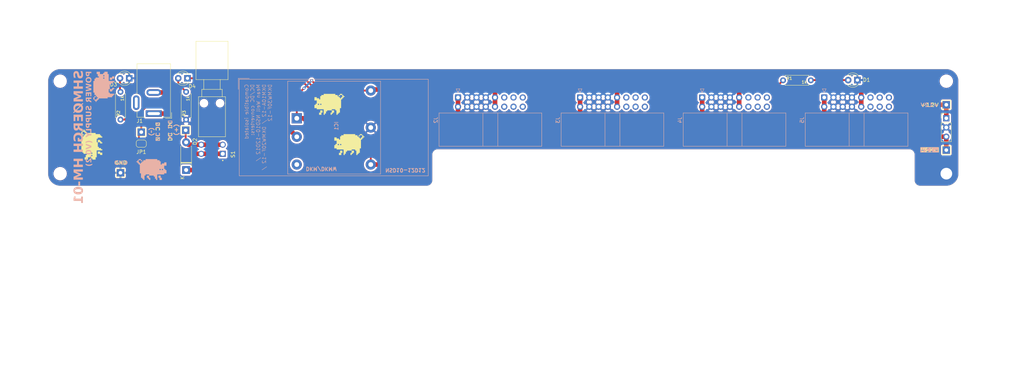
<source format=kicad_pcb>
(kicad_pcb (version 20241229) (generator "pcbnew") (generator_version "9.0")
  (layers (0 "F.Cu" signal) (2 "B.Cu" signal) (13 "F.Paste" user) (15 "B.Paste" user) (5 "F.SilkS" user "F.Silkscreen") (7 "B.SilkS" user "B.Silkscreen") (1 "F.Mask" user) (3 "B.Mask" user) (25 "Edge.Cuts" user))
  (net 0 "")
  (net 1 "DC_IN_-")
  (net 2 "Net-(D1-A)")
  (net 3 "GND")
  (net 4 "+12V")
  (net 5 "DC_IN_+")
  (net 7 "-12V")
  (net 9 "Net-(J1-Pad1)")
  (net 34 "Net-(D2-A)")
  (net 35 "Net-(D3-A)")
  (net 36 "Net-(D4-A)")
  (footprint "Shmoergh_Custom_Footprints:R_Axial_DIN0207_L6.3mm_D2.5mm_P7.62mm_Horizontal" (layer "F.Cu") (at 46.863 93.853 90)
    (property "Reference" "R2" (at 0.85 -0.55 90) (layer "F.SilkS") (effects (font (size 0.8 0.8)) (justify left)))
    (property "Value" "1k" (at 6.6 0.5 90) (layer "F.SilkS") (effects (font (size 0.8 0.8)) (justify right)))
    (pad "1" thru_hole circle (at 0 0 90) (size 1.6 1.6) (drill 0.8) (layers "*.Cu" "*.Mask") (net 4 "+12V"))
    (pad "2" thru_hole oval (at 7.62 0 90) (size 1.6 1.6) (drill 0.8) (layers "*.Cu" "*.Mask") (net 35 "Net-(D3-A)"))
  )
  (footprint "Shmoergh_Custom_Footprints:R_Axial_DIN0207_L6.3mm_D2.5mm_P7.62mm_Horizontal" (layer "F.Cu") (at 228.854 83.058)
    (property "Reference" "R1" (at 0.85 -0.55 0) (layer "F.SilkS") (effects (font (size 0.8 0.8)) (justify left)))
    (property "Value" "1k" (at 6.6 0.5 0) (layer "F.SilkS") (effects (font (size 0.8 0.8)) (justify right)))
    (pad "1" thru_hole circle (at 0 0) (size 1.6 1.6) (drill 0.8) (layers "*.Cu" "*.Mask") (net 5 "DC_IN_+"))
    (pad "2" thru_hole oval (at 7.62 0) (size 1.6 1.6) (drill 0.8) (layers "*.Cu" "*.Mask") (net 2 "Net-(D1-A)"))
  )
  (footprint "Shmoergh_Logo:Gyeszno" (layer "F.Cu") (at 104.267 89.662)
    (property "Reference" "G***" (hide yes))
    (property "Value" "LOGO" (hide yes))
  )
  (footprint "Shmoergh_Logo:Gyeszno" (layer "F.Cu") (at 109.728 100.711)
    (property "Reference" "G***" (hide yes))
    (property "Value" "LOGO" (hide yes))
  )
  (footprint "Shmoergh_Logo:Gyeszno" (layer "F.Cu") (at 38.989 100.711 90)
    (property "Reference" "G***" (hide yes))
    (property "Value" "LOGO" (hide yes))
  )
  (footprint "MountingHole:MountingHole_3.2mm_M3_DIN965" (layer "F.Cu") (at 273.7 83.3)
    (property "Reference" "H2" (hide yes))
    (property "Value" "MountingHole")
    (pad "" np_thru_hole circle (at 0 0) (size 3.2 3.2) (drill 3.2) (layers "*.Cu" "*.Mask"))
  )
  (footprint "Connector_BarrelJack:BarrelJack_Wuerth_6941xx301002" (layer "F.Cu") (at 56 92.202 180)
    (property "Reference" "J1" (at 3.8516 -2.0076 0) (layer "F.SilkS"))
    (property "Value" "Barrel_Jack_Switch")
    (pad "1" thru_hole rect (at 0 0 180) (size 4.4 1.8) (drill oval 3.4 0.8) (layers "*.Cu" "*.Mask") (net 9 "Net-(J1-Pad1)"))
    (pad "2" thru_hole oval (at 0 5.8 180) (size 4 1.8) (drill oval 3 0.8) (layers "*.Cu" "*.Mask") (net 1 "DC_IN_-"))
    (pad "3" thru_hole oval (at 4.8 3 270) (size 4 1.8) (drill oval 3 0.8) (layers "*.Cu" "*.Mask"))
  )
  (footprint "LED_THT:LED_D3.0mm" (layer "F.Cu") (at 49.27 82.5 180)
    (property "Reference" "D3" (at 4.312 -1.701 0) (layer "F.SilkS"))
    (property "Value" "LED")
    (pad "1" thru_hole rect (at 0 0 180) (size 1.8 1.8) (drill 0.9) (layers "*.Cu" "*.Mask") (net 3 "GND"))
    (pad "2" thru_hole circle (at 2.54 0 180) (size 1.8 1.8) (drill 0.9) (layers "*.Cu" "*.Mask") (net 35 "Net-(D3-A)"))
  )
  (footprint "LED_THT:LED_D3.0mm" (layer "F.Cu") (at 249.27 83 180)
    (property "Reference" "D1" (at -2.509 0.058 0) (layer "F.SilkS"))
    (property "Value" "LED")
    (pad "1" thru_hole rect (at 0 0 180) (size 1.8 1.8) (drill 0.9) (layers "*.Cu" "*.Mask") (net 3 "GND"))
    (pad "2" thru_hole circle (at 2.54 0 180) (size 1.8 1.8) (drill 0.9) (layers "*.Cu" "*.Mask") (net 2 "Net-(D1-A)"))
  )
  (footprint "Diode_THT:D_DO-41_SOD81_P7.62mm_Horizontal" (layer "F.Cu") (at 64.897 107.696 90)
    (property "Reference" "D2" (at 7.8232 2.4384 90) (layer "F.SilkS"))
    (property "Value" "1N4001")
    (fp_text user "K" (at -2.1336 -1.016 90) (layer "F.SilkS"))
    (pad "1" thru_hole roundrect (at 0 0 90) (size 2.2 2.2) (drill 1.1) (layers "*.Cu" "*.Mask") (roundrect_rratio 0.113636) (net 5 "DC_IN_+"))
    (pad "2" thru_hole circle (at 7.62 0 90) (size 2.2 2.2) (drill 1.1) (layers "*.Cu" "*.Mask") (net 34 "Net-(D2-A)"))
  )
  (footprint "Shmoergh_Custom_Footprints:R_Axial_DIN0207_L6.3mm_D2.5mm_P7.62mm_Horizontal" (layer "F.Cu") (at 64.897 93.853 90)
    (property "Reference" "R3" (at 0.85 -0.55 90) (layer "F.SilkS") (effects (font (size 0.8 0.8)) (justify left)))
    (property "Value" "1k" (at 6.6 0.5 90) (layer "F.SilkS") (effects (font (size 0.8 0.8)) (justify right)))
    (pad "1" thru_hole circle (at 0 0 90) (size 1.6 1.6) (drill 0.8) (layers "*.Cu" "*.Mask") (net 3 "GND"))
    (pad "2" thru_hole oval (at 7.62 0 90) (size 1.6 1.6) (drill 0.8) (layers "*.Cu" "*.Mask") (net 36 "Net-(D4-A)"))
  )
  (footprint "TestPoint:TestPoint_THTPad_2.0x2.0mm_Drill1.0mm" (layer "F.Cu") (at 52.578 97.282)
    (property "Reference" "TP2" (hide yes))
    (property "Value" "TestPoint")
    (pad "1" thru_hole rect (at 0 0) (size 2 2) (drill 1) (layers "*.Cu" "*.Mask") (net 1 "DC_IN_-"))
  )
  (footprint "TestPoint:TestPoint_THTPad_2.0x2.0mm_Drill1.0mm" (layer "F.Cu") (at 273.685 89.777 180)
    (property "Reference" "TP4" (hide yes))
    (property "Value" "TestPoint")
    (pad "1" thru_hole rect (at 0 0 180) (size 2 2) (drill 1) (layers "*.Cu" "*.Mask") (net 4 "+12V"))
  )
  (footprint "MountingHole:MountingHole_3.2mm_M3_DIN965_Pad" (layer "F.Cu") (at 273.7 108.7)
    (property "Reference" "H4")
    (property "Value" "MountingHole_Pad")
    (pad "1" thru_hole circle (at 0 0) (size 5.6 5.6) (drill 3.2) (layers "*.Cu" "*.Mask") (net 3 "GND"))
  )
  (footprint "LED_THT:LED_D3.0mm" (layer "F.Cu") (at 65.27 82.5 180)
    (property "Reference" "D4" (at -1.278 -2.209 0) (layer "F.SilkS"))
    (property "Value" "LED")
    (pad "1" thru_hole rect (at 0 0 180) (size 1.8 1.8) (drill 0.9) (layers "*.Cu" "*.Mask") (net 7 "-12V"))
    (pad "2" thru_hole circle (at 2.54 0 180) (size 1.8 1.8) (drill 0.9) (layers "*.Cu" "*.Mask") (net 36 "Net-(D4-A)"))
  )
  (footprint "TestPoint:TestPoint_THTPad_2.0x2.0mm_Drill1.0mm" (layer "F.Cu") (at 273.685 102.223 180)
    (property "Reference" "TP5" (hide yes))
    (property "Value" "TestPoint")
    (pad "1" thru_hole rect (at 0 0 180) (size 2 2) (drill 1) (layers "*.Cu" "*.Mask") (net 7 "-12V"))
  )
  (footprint "Shmoergh_Custom_Footprints:SW_PB400EEQR1BLK" (layer "F.Cu") (at 72 102 90)
    (property "Reference" "S1" (at -1.3968 5.7694 90) (layer "F.SilkS"))
    (property "Value" "PB400EEQR1BLK")
    (pad "" np_thru_hole circle (at 12.65 -2.2 90) (size 1.9 1.9) (drill 1.9) (layers "*.Cu" "*.Mask"))
    (pad "" np_thru_hole circle (at 12.65 2.2 90) (size 1.9 1.9) (drill 1.9) (layers "*.Cu" "*.Mask"))
    (pad "1" thru_hole rect (at -1.25 2.95 90) (size 1.65 1.65) (drill 1.1) (layers "*.Cu" "*.Mask") (net 9 "Net-(J1-Pad1)"))
    (pad "2" thru_hole circle (at 1.25 2.95 90) (size 1.65 1.65) (drill 1.1) (layers "*.Cu" "*.Mask") (net 34 "Net-(D2-A)"))
    (pad "3" thru_hole circle (at -1.25 -2.95 90) (size 1.65 1.65) (drill 1.1) (layers "*.Cu" "*.Mask") (net 9 "Net-(J1-Pad1)"))
    (pad "4" thru_hole circle (at 1.25 -2.95 90) (size 1.65 1.65) (drill 1.1) (layers "*.Cu" "*.Mask") (net 34 "Net-(D2-A)"))
  )
  (footprint "MountingHole:MountingHole_3.2mm_M3_DIN965" (layer "F.Cu") (at 30.3 108.7)
    (property "Reference" "H3" (hide yes))
    (property "Value" "MountingHole")
    (pad "" np_thru_hole circle (at 0 0) (size 3.2 3.2) (drill 3.2) (layers "*.Cu" "*.Mask"))
  )
  (footprint "Connector_PinHeader_2.54mm:PinHeader_1x03_P2.54mm_Vertical" (layer "F.Cu") (at 273.685 93.472)
    (property "Reference" "J13" (hide yes))
    (property "Value" "Conn_01x03")
    (pad "1" thru_hole rect (at 0 0) (size 1.7 1.7) (drill 1) (layers "*.Cu" "*.Mask") (net 4 "+12V"))
    (pad "2" thru_hole circle (at 0 2.54) (size 1.7 1.7) (drill 1) (layers "*.Cu" "*.Mask") (net 3 "GND"))
    (pad "3" thru_hole circle (at 0 5.08) (size 1.7 1.7) (drill 1) (layers "*.Cu" "*.Mask") (net 7 "-12V"))
  )
  (footprint "Jumper:SolderJumper-2_P1.3mm_Bridged2Bar_RoundedPad1.0x1.5mm" (layer "F.Cu") (at 52.578 100.457)
    (property "Reference" "JP1" (at 0 2.286 0) (layer "F.SilkS"))
    (property "Value" "Jumper_2_Open")
    (fp_poly (pts (xy -0.25 -0.6) (xy 0.25 -0.6) (xy 0.25 -0.2) (xy -0.25 -0.2)) (fill yes) (layer "F.Cu"))
    (fp_poly (pts (xy -0.25 0.2) (xy 0.25 0.2) (xy 0.25 0.6) (xy -0.25 0.6)) (fill yes) (layer "F.Cu"))
    (pad "1" smd custom (at -0.65 0) (size 1 0.5) (layers "F.Cu" "F.Mask") (net 1 "DC_IN_-") (options (clearance outline) (anchor rect)) (primitives (gr_circle (center 0 0.25) (end 0.5 0.25) (width 0) (fill yes)) (gr_circle (center 0 -0.25) (end 0.5 -0.25) (width 0) (fill yes)) (gr_poly (pts (xy 0.5 0.75) (xy 0 0.75) (xy 0 -0.75) (xy 0.5 -0.75)) (width 0) (fill yes))))
    (pad "2" smd custom (at 0.65 0) (size 1 0.5) (layers "F.Cu" "F.Mask") (net 3 "GND") (options (clearance outline) (anchor rect)) (primitives (gr_circle (center 0 0.25) (end 0.5 0.25) (width 0) (fill yes)) (gr_circle (center 0 -0.25) (end 0.5 -0.25) (width 0) (fill yes)) (gr_poly (pts (xy 0 0.75) (xy -0.5 0.75) (xy -0.5 -0.75) (xy 0 -0.75)) (width 0) (fill yes))))
  )
  (footprint "MountingHole:MountingHole_3.2mm_M3_DIN965" (layer "F.Cu") (at 30.3 83.3)
    (property "Reference" "H1" (hide yes))
    (property "Value" "MountingHole")
    (pad "" np_thru_hole circle (at 0 0) (size 3.2 3.2) (drill 3.2) (layers "*.Cu" "*.Mask"))
  )
  (footprint "TestPoint:TestPoint_THTPad_2.0x2.0mm_Drill1.0mm" (layer "F.Cu") (at 64.77 96.774)
    (property "Reference" "TP1" (hide yes))
    (property "Value" "TestPoint")
    (pad "1" thru_hole rect (at 0 0) (size 2 2) (drill 1) (layers "*.Cu" "*.Mask") (net 34 "Net-(D2-A)"))
  )
  (footprint "TestPoint:TestPoint_THTPad_2.0x2.0mm_Drill1.0mm" (layer "F.Cu") (at 46.863 108.458)
    (property "Reference" "TP3" (hide yes))
    (property "Value" "TestPoint")
    (pad "1" thru_hole rect (at 0 0) (size 2 2) (drill 1) (layers "*.Cu" "*.Mask") (net 3 "GND"))
  )
  (footprint "Shmoergh_Custom_Footprints:Converter_DCDC_MeanWell_NSD10_DKMW_THT" (layer "B.Cu") (at 95.2875 93.4975 -90)
    (property "Reference" "IC1" (at 2.1095 -10.875 90) (layer "B.SilkS") (effects (justify mirror)))
    (property "Value" "ISOLATED_DC-DC_CONV")
    (fp_text user "DKM/DKMW" (at 13.2855 -2.366 180) (layer "B.SilkS") (effects (font (thickness 0.2) (bold yes)) (justify left bottom mirror)))
    (fp_text user "NSD10-12D12" (at 13.6665 -24.21 180) (layer "B.SilkS") (effects (font (thickness 0.2) (bold yes)) (justify left bottom mirror)))
    (pad "1" thru_hole rect (at 0 0 270) (size 2.8 2.8) (drill 1.3) (layers "*.Cu" "*.Mask") (net 5 "DC_IN_+"))
    (pad "2" thru_hole circle (at 5.08 0 270) (size 2.8 2.8) (drill 1.3) (layers "*.Cu" "*.Mask") (net 1 "DC_IN_-"))
    (pad "3" thru_hole circle (at -7.62 -20.32 270) (size 2.8 2.8) (drill 1.3) (layers "*.Cu" "*.Mask") (net 4 "+12V"))
    (pad "4" thru_hole circle (at 2.54 -20.32 270) (size 2.8 2.8) (drill 1.3) (layers "*.Cu" "*.Mask") (net 3 "GND"))
    (pad "5" thru_hole circle (at 12.7 -20.32 270) (size 2.8 2.8) (drill 1.3) (layers "*.Cu" "*.Mask") (net 7 "-12V"))
    (pad "6" thru_hole circle (at 12.7 0 270) (size 2.8 2.8) (drill 1.3) (layers "*.Cu" "*.Mask"))
  )
  (footprint "Connector_IDC:IDC-Header_2x08_P2.54mm_Horizontal" (layer "B.Cu") (at 206.629 87.7745 -90)
    (property "Reference" "J4" (at 6.215 6.1 90) (layer "B.SilkS") (effects (justify mirror)))
    (property "Value" "Conn_02x08_Odd_Even")
    (pad "1" thru_hole roundrect (at 0 0 270) (size 1.7 1.7) (drill 1) (layers "*.Cu" "*.Mask") (roundrect_rratio 0.147059) (net 7 "-12V"))
    (pad "2" thru_hole circle (at 2.54 0 270) (size 1.7 1.7) (drill 1) (layers "*.Cu" "*.Mask") (net 7 "-12V"))
    (pad "3" thru_hole circle (at 0 -2.54 270) (size 1.7 1.7) (drill 1) (layers "*.Cu" "*.Mask") (net 3 "GND"))
    (pad "4" thru_hole circle (at 2.54 -2.54 270) (size 1.7 1.7) (drill 1) (layers "*.Cu" "*.Mask") (net 3 "GND"))
    (pad "5" thru_hole circle (at 0 -5.08 270) (size 1.7 1.7) (drill 1) (layers "*.Cu" "*.Mask") (net 3 "GND"))
    (pad "6" thru_hole circle (at 2.54 -5.08 270) (size 1.7 1.7) (drill 1) (layers "*.Cu" "*.Mask") (net 3 "GND"))
    (pad "7" thru_hole circle (at 0 -7.62 270) (size 1.7 1.7) (drill 1) (layers "*.Cu" "*.Mask") (net 3 "GND"))
    (pad "8" thru_hole circle (at 2.54 -7.62 270) (size 1.7 1.7) (drill 1) (layers "*.Cu" "*.Mask") (net 3 "GND"))
    (pad "9" thru_hole circle (at 0 -10.16 270) (size 1.7 1.7) (drill 1) (layers "*.Cu" "*.Mask") (net 4 "+12V"))
    (pad "10" thru_hole circle (at 2.54 -10.16 270) (size 1.7 1.7) (drill 1) (layers "*.Cu" "*.Mask") (net 4 "+12V"))
    (pad "11" thru_hole circle (at 0 -12.7 270) (size 1.7 1.7) (drill 1) (layers "*.Cu" "*.Mask"))
    (pad "12" thru_hole circle (at 2.54 -12.7 270) (size 1.7 1.7) (drill 1) (layers "*.Cu" "*.Mask"))
    (pad "13" thru_hole circle (at 0 -15.24 270) (size 1.7 1.7) (drill 1) (layers "*.Cu" "*.Mask"))
    (pad "14" thru_hole circle (at 2.54 -15.24 270) (size 1.7 1.7) (drill 1) (layers "*.Cu" "*.Mask"))
    (pad "15" thru_hole circle (at 0 -17.78 270) (size 1.7 1.7) (drill 1) (layers "*.Cu" "*.Mask"))
    (pad "16" thru_hole circle (at 2.54 -17.78 270) (size 1.7 1.7) (drill 1) (layers "*.Cu" "*.Mask"))
  )
  (footprint "Shmoergh_Logo:Gyeszno" (layer "B.Cu") (at 55.372 107.569 180)
    (property "Reference" "G***" (hide yes))
    (property "Value" "LOGO" (hide yes))
  )
  (footprint "Connector_IDC:IDC-Header_2x08_P2.54mm_Horizontal" (layer "B.Cu") (at 139.573 87.7745 -90)
    (property "Reference" "J2" (at 6.215 6.1 90) (layer "B.SilkS") (effects (justify mirror)))
    (property "Value" "Conn_02x08_Odd_Even")
    (pad "1" thru_hole roundrect (at 0 0 270) (size 1.7 1.7) (drill 1) (layers "*.Cu" "*.Mask") (roundrect_rratio 0.147059) (net 7 "-12V"))
    (pad "2" thru_hole circle (at 2.54 0 270) (size 1.7 1.7) (drill 1) (layers "*.Cu" "*.Mask") (net 7 "-12V"))
    (pad "3" thru_hole circle (at 0 -2.54 270) (size 1.7 1.7) (drill 1) (layers "*.Cu" "*.Mask") (net 3 "GND"))
    (pad "4" thru_hole circle (at 2.54 -2.54 270) (size 1.7 1.7) (drill 1) (layers "*.Cu" "*.Mask") (net 3 "GND"))
    (pad "5" thru_hole circle (at 0 -5.08 270) (size 1.7 1.7) (drill 1) (layers "*.Cu" "*.Mask") (net 3 "GND"))
    (pad "6" thru_hole circle (at 2.54 -5.08 270) (size 1.7 1.7) (drill 1) (layers "*.Cu" "*.Mask") (net 3 "GND"))
    (pad "7" thru_hole circle (at 0 -7.62 270) (size 1.7 1.7) (drill 1) (layers "*.Cu" "*.Mask") (net 3 "GND"))
    (pad "8" thru_hole circle (at 2.54 -7.62 270) (size 1.7 1.7) (drill 1) (layers "*.Cu" "*.Mask") (net 3 "GND"))
    (pad "9" thru_hole circle (at 0 -10.16 270) (size 1.7 1.7) (drill 1) (layers "*.Cu" "*.Mask") (net 4 "+12V"))
    (pad "10" thru_hole circle (at 2.54 -10.16 270) (size 1.7 1.7) (drill 1) (layers "*.Cu" "*.Mask") (net 4 "+12V"))
    (pad "11" thru_hole circle (at 0 -12.7 270) (size 1.7 1.7) (drill 1) (layers "*.Cu" "*.Mask"))
    (pad "12" thru_hole circle (at 2.54 -12.7 270) (size 1.7 1.7) (drill 1) (layers "*.Cu" "*.Mask"))
    (pad "13" thru_hole circle (at 0 -15.24 270) (size 1.7 1.7) (drill 1) (layers "*.Cu" "*.Mask"))
    (pad "14" thru_hole circle (at 2.54 -15.24 270) (size 1.7 1.7) (drill 1) (layers "*.Cu" "*.Mask"))
    (pad "15" thru_hole circle (at 0 -17.78 270) (size 1.7 1.7) (drill 1) (layers "*.Cu" "*.Mask"))
    (pad "16" thru_hole circle (at 2.54 -17.78 270) (size 1.7 1.7) (drill 1) (layers "*.Cu" "*.Mask"))
  )
  (footprint "Connector_IDC:IDC-Header_2x08_P2.54mm_Horizontal" (layer "B.Cu") (at 240.157 87.7745 -90)
    (property "Reference" "J5" (at 6.215 6.1 90) (layer "B.SilkS") (effects (justify mirror)))
    (property "Value" "Conn_02x08_Odd_Even")
    (pad "1" thru_hole roundrect (at 0 0 270) (size 1.7 1.7) (drill 1) (layers "*.Cu" "*.Mask") (roundrect_rratio 0.147059) (net 7 "-12V"))
    (pad "2" thru_hole circle (at 2.54 0 270) (size 1.7 1.7) (drill 1) (layers "*.Cu" "*.Mask") (net 7 "-12V"))
    (pad "3" thru_hole circle (at 0 -2.54 270) (size 1.7 1.7) (drill 1) (layers "*.Cu" "*.Mask") (net 3 "GND"))
    (pad "4" thru_hole circle (at 2.54 -2.54 270) (size 1.7 1.7) (drill 1) (layers "*.Cu" "*.Mask") (net 3 "GND"))
    (pad "5" thru_hole circle (at 0 -5.08 270) (size 1.7 1.7) (drill 1) (layers "*.Cu" "*.Mask") (net 3 "GND"))
    (pad "6" thru_hole circle (at 2.54 -5.08 270) (size 1.7 1.7) (drill 1) (layers "*.Cu" "*.Mask") (net 3 "GND"))
    (pad "7" thru_hole circle (at 0 -7.62 270) (size 1.7 1.7) (drill 1) (layers "*.Cu" "*.Mask") (net 3 "GND"))
    (pad "8" thru_hole circle (at 2.54 -7.62 270) (size 1.7 1.7) (drill 1) (layers "*.Cu" "*.Mask") (net 3 "GND"))
    (pad "9" thru_hole circle (at 0 -10.16 270) (size 1.7 1.7) (drill 1) (layers "*.Cu" "*.Mask") (net 4 "+12V"))
    (pad "10" thru_hole circle (at 2.54 -10.16 270) (size 1.7 1.7) (drill 1) (layers "*.Cu" "*.Mask") (net 4 "+12V"))
    (pad "11" thru_hole circle (at 0 -12.7 270) (size 1.7 1.7) (drill 1) (layers "*.Cu" "*.Mask"))
    (pad "12" thru_hole circle (at 2.54 -12.7 270) (size 1.7 1.7) (drill 1) (layers "*.Cu" "*.Mask"))
    (pad "13" thru_hole circle (at 0 -15.24 270) (size 1.7 1.7) (drill 1) (layers "*.Cu" "*.Mask"))
    (pad "14" thru_hole circle (at 2.54 -15.24 270) (size 1.7 1.7) (drill 1) (layers "*.Cu" "*.Mask"))
    (pad "15" thru_hole circle (at 0 -17.78 270) (size 1.7 1.7) (drill 1) (layers "*.Cu" "*.Mask"))
    (pad "16" thru_hole circle (at 2.54 -17.78 270) (size 1.7 1.7) (drill 1) (layers "*.Cu" "*.Mask"))
  )
  (footprint "Connector_IDC:IDC-Header_2x08_P2.54mm_Horizontal" (layer "B.Cu") (at 173.101 87.7745 -90)
    (property "Reference" "J3" (at 6.215 6.1 90) (layer "B.SilkS") (effects (justify mirror)))
    (property "Value" "Conn_02x08_Odd_Even")
    (pad "1" thru_hole roundrect (at 0 0 270) (size 1.7 1.7) (drill 1) (layers "*.Cu" "*.Mask") (roundrect_rratio 0.147059) (net 7 "-12V"))
    (pad "2" thru_hole circle (at 2.54 0 270) (size 1.7 1.7) (drill 1) (layers "*.Cu" "*.Mask") (net 7 "-12V"))
    (pad "3" thru_hole circle (at 0 -2.54 270) (size 1.7 1.7) (drill 1) (layers "*.Cu" "*.Mask") (net 3 "GND"))
    (pad "4" thru_hole circle (at 2.54 -2.54 270) (size 1.7 1.7) (drill 1) (layers "*.Cu" "*.Mask") (net 3 "GND"))
    (pad "5" thru_hole circle (at 0 -5.08 270) (size 1.7 1.7) (drill 1) (layers "*.Cu" "*.Mask") (net 3 "GND"))
    (pad "6" thru_hole circle (at 2.54 -5.08 270) (size 1.7 1.7) (drill 1) (layers "*.Cu" "*.Mask") (net 3 "GND"))
    (pad "7" thru_hole circle (at 0 -7.62 270) (size 1.7 1.7) (drill 1) (layers "*.Cu" "*.Mask") (net 3 "GND"))
    (pad "8" thru_hole circle (at 2.54 -7.62 270) (size 1.7 1.7) (drill 1) (layers "*.Cu" "*.Mask") (net 3 "GND"))
    (pad "9" thru_hole circle (at 0 -10.16 270) (size 1.7 1.7) (drill 1) (layers "*.Cu" "*.Mask") (net 4 "+12V"))
    (pad "10" thru_hole circle (at 2.54 -10.16 270) (size 1.7 1.7) (drill 1) (layers "*.Cu" "*.Mask") (net 4 "+12V"))
    (pad "11" thru_hole circle (at 0 -12.7 270) (size 1.7 1.7) (drill 1) (layers "*.Cu" "*.Mask"))
    (pad "12" thru_hole circle (at 2.54 -12.7 270) (size 1.7 1.7) (drill 1) (layers "*.Cu" "*.Mask"))
    (pad "13" thru_hole circle (at 0 -15.24 270) (size 1.7 1.7) (drill 1) (layers "*.Cu" "*.Mask"))
    (pad "14" thru_hole circle (at 2.54 -15.24 270) (size 1.7 1.7) (drill 1) (layers "*.Cu" "*.Mask"))
    (pad "15" thru_hole circle (at 0 -17.78 270) (size 1.7 1.7) (drill 1) (layers "*.Cu" "*.Mask"))
    (pad "16" thru_hole circle (at 2.54 -17.78 270) (size 1.7 1.7) (drill 1) (layers "*.Cu" "*.Mask"))
  )
  (footprint "Shmoergh_Logo:Gyeszno" (layer "B.Cu") (at 42.291 84.836 -90)
    (property "Reference" "G***" (hide yes))
    (property "Value" "LOGO" (hide yes))
  )
  (gr_line (start 132.5 103.5) (end 132.5 110.5) (stroke (width 0.05)) (layer "Edge.Cuts"))
  (gr_arc (start 27 83.3) (mid 27.966548 80.966548) (end 30.3 80) (stroke (width 0.05)) (layer "Edge.Cuts"))
  (gr_line (start 131 112) (end 30.3 112) (stroke (width 0.05)) (layer "Edge.Cuts"))
  (gr_arc (start 263.5 102) (mid 264.56066 102.43934) (end 265 103.5) (stroke (width 0.05)) (layer "Edge.Cuts"))
  (gr_line (start 265 103.5) (end 265 110.5) (stroke (width 0.05)) (layer "Edge.Cuts"))
  (gr_line (start 277 83.3) (end 277 108.7) (stroke (width 0.05)) (layer "Edge.Cuts"))
  (gr_line (start 273.7 80) (end 30.3 80) (stroke (width 0.05)) (layer "Edge.Cuts"))
  (gr_arc (start 132.5 110.5) (mid 132.06066 111.56066) (end 131 112) (stroke (width 0.05)) (layer "Edge.Cuts"))
  (gr_arc (start 266.5 112) (mid 265.43934 111.56066) (end 265 110.5) (stroke (width 0.05)) (layer "Edge.Cuts"))
  (gr_arc (start 30.3 112) (mid 27.966548 111.033452) (end 27 108.7) (stroke (width 0.05)) (layer "Edge.Cuts"))
  (gr_arc (start 132.5 103.5) (mid 132.93934 102.43934) (end 134 102) (stroke (width 0.05)) (layer "Edge.Cuts"))
  (gr_arc (start 277 108.7) (mid 276.033452 111.033452) (end 273.7 112) (stroke (width 0.05)) (layer "Edge.Cuts"))
  (gr_line (start 27 108.7) (end 27 83.3) (stroke (width 0.05)) (layer "Edge.Cuts"))
  (gr_arc (start 273.7 80) (mid 276.033452 80.966548) (end 277 83.3) (stroke (width 0.05)) (layer "Edge.Cuts"))
  (gr_line (start 134 102) (end 263.5 102) (stroke (width 0.05)) (layer "Edge.Cuts"))
  (gr_line (start 266.5 112) (end 273.7 112) (stroke (width 0.05)) (layer "Edge.Cuts"))
  (gr_text "DC IN \n(+)" (at 62.738 96.647 90) (layer "F.SilkS") (effects (font (size 1 1.25) (thickness 0.2) (bold yes)) (justify bottom)))
  (gr_text "DC IN\n(–)" (at 54.864 97.155 270) (layer "F.SilkS") (effects (font (size 1 1.25) (thickness 0.2) (bold yes)) (justify bottom)))
  (gr_text "-12V" (at 266.42634 102.79266 0) (layer "F.SilkS" knockout) (effects (font (size 1 1.25) (thickness 0.2) (bold yes)) (justify left bottom)))
  (gr_text "+12V" (at 266.446 90.424 0) (layer "F.SilkS") (effects (font (size 1 1.25) (thickness 0.2) (bold yes)) (justify left bottom)))
  (gr_text "GND" (at 45.339 106.299 0) (layer "F.SilkS") (effects (font (size 1 1) (thickness 0.2) (bold yes)) (justify left bottom)))
  (gr_text "Compatible isolated\nDC/DC converters:\nMean Well NSD10-12D12 / \nDKM10A-12 / DKMW20F-12 / \nDKMW30F-12\n" (at 88.519 84.074 90) (layer "B.SilkS") (effects (font (size 1 1) (thickness 0.1)) (justify left bottom mirror)))
  (gr_text "GND" (at 46.99 106.299 0) (layer "B.SilkS") (effects (font (size 1 1.25) (thickness 0.2) (bold yes)) (justify bottom mirror)))
  (gr_text "DC IN\n(–)" (at 54.864 97.155 270) (layer "B.SilkS") (effects (font (size 1 1.25) (thickness 0.2) (bold yes)) (justify bottom mirror)))
  (gr_text "-12V" (at 271.76034 102.79266 0) (layer "B.SilkS" knockout) (effects (font (size 1 1.25) (thickness 0.2) (bold yes)) (justify left bottom mirror)))
  (gr_text "POWER SUPPLY (V0.2)" (at 39.116 80.518 90) (layer "B.SilkS") (effects (font (size 1.5 1.5) (thickness 0.2) (bold yes)) (justify left bottom mirror)))
  (gr_text "SHMØERGH HM-01" (at 36.957 80.264 90) (layer "B.SilkS") (effects (font (size 2.5 2.5) (thickness 0.2) (bold yes)) (justify left bottom mirror)))
  (gr_text "+12V" (at 271.78 90.424 0) (layer "B.SilkS") (effects (font (size 1 1.25) (thickness 0.2) (bold yes)) (justify left bottom mirror)))
  (gr_text "DC IN\n(+)" (at 62.738 96.647 90) (layer "B.SilkS") (effects (font (size 1 1.25) (thickness 0.2) (bold yes)) (justify bottom mirror)))
  (segment (start 93.611 96.901) (end 95.2875 98.5775) (width 1.27) (layer "F.Cu") (net 1))
  (segment (start 56 86.402) (end 61.256 86.402) (width 1.27) (layer "F.Cu") (net 1))
  (segment (start 59.182 88.9) (end 59.182 86.402) (width 0.508) (layer "F.Cu") (net 1))
  (segment (start 52.578 91.694) (end 54.483 89.789) (width 0.508) (layer "F.Cu") (net 1))
  (segment (start 58.293 89.789) (end 59.182 88.9) (width 0.508) (layer "F.Cu") (net 1))
  (segment (start 52.578 97.282) (end 52.578 91.694) (width 0.508) (layer "F.Cu") (net 1))
  (segment (start 54.483 89.789) (end 58.293 89.789) (width 0.508) (layer "F.Cu") (net 1))
  (segment (start 51.928 100.457) (end 51.928 97.932) (width 0.508) (layer "F.Cu") (net 1))
  (segment (start 61.256 86.402) (end 71.755 96.901) (width 1.27) (layer "F.Cu") (net 1))
  (segment (start 71.755 96.901) (end 93.611 96.901) (width 1.27) (layer "F.Cu") (net 1))
  (segment (start 51.928 97.932) (end 52.578 97.282) (width 0.508) (layer "F.Cu") (net 1))
  (segment (start 246.73 83) (end 236.532 83) (width 0.508) (layer "F.Cu") (net 2))
  (segment (start 236.532 83) (end 236.474 83.058) (width 0.508) (layer "F.Cu") (net 2))
  (segment (start 273.685 89.777) (end 273.685 93.472) (width 1.27) (layer "F.Cu") (net 4))
  (segment (start 183.261 87.7745) (end 183.261 90.3145) (width 1.27) (layer "F.Cu") (net 4))
  (segment (start 49.022 86.995) (end 49.022 92.837) (width 0.508) (layer "F.Cu") (net 4))
  (segment (start 183.261 85.598) (end 149.733 85.598) (width 1.27) (layer "F.Cu") (net 4))
  (segment (start 96.266 81.407) (end 67.31 81.407) (width 0.508) (layer "F.Cu") (net 4))
  (segment (start 216.789 85.598) (end 183.261 85.598) (width 1.27) (layer "F.Cu") (net 4))
  (segment (start 268.212 89.777) (end 264.033 85.598) (width 1.27) (layer "F.Cu") (net 4))
  (segment (start 61.595 80.645) (end 60.833 81.407) (width 0.508) (layer "F.Cu") (net 4))
  (segment (start 250.317 87.7745) (end 250.317 85.598) (width 1.27) (layer "F.Cu") (net 4))
  (segment (start 54.61 81.407) (end 49.022 86.995) (width 0.508) (layer "F.Cu") (net 4))
  (segment (start 100.7365 85.8775) (end 96.266 81.407) (width 0.508) (layer "F.Cu") (net 4))
  (segment (start 66.548 80.645) (end 61.595 80.645) (width 0.508) (layer "F.Cu") (net 4))
  (segment (start 115.6075 85.8775) (end 100.7365 85.8775) (width 0.508) (layer "F.Cu") (net 4))
  (segment (start 264.033 85.598) (end 250.317 85.598) (width 1.27) (layer "F.Cu") (net 4))
  (segment (start 273.685 89.777) (end 268.212 89.777) (width 1.27) (layer "F.Cu") (net 4))
  (segment (start 216.789 87.7745) (end 216.789 85.598) (width 1.27) (layer "F.Cu") (net 4))
  (segment (start 48.006 93.853) (end 46.863 93.853) (width 0.508) (layer "F.Cu") (net 4))
  (segment (start 115.887 85.598) (end 115.6075 85.8775) (width 1.27) (layer "F.Cu") (net 4))
  (segment (start 250.317 90.3145) (end 250.317 87.7745) (width 1.27) (layer "F.Cu") (net 4))
  (segment (start 250.317 85.598) (end 216.789 85.598) (width 1.27) (layer "F.Cu") (net 4))
  (segment (start 67.31 81.407) (end 66.548 80.645) (width 0.508) (layer "F.Cu") (net 4))
  (segment (start 149.733 85.598) (end 115.887 85.598) (width 1.27) (layer "F.Cu") (net 4))
  (segment (start 216.789 90.3145) (end 216.789 87.7745) (width 1.27) (layer "F.Cu") (net 4))
  (segment (start 60.833 81.407) (end 54.61 81.407) (width 0.508) (layer "F.Cu") (net 4))
  (segment (start 183.261 87.7745) (end 183.261 85.598) (width 1.27) (layer "F.Cu") (net 4))
  (segment (start 49.022 92.837) (end 48.006 93.853) (width 0.508) (layer "F.Cu") (net 4))
  (segment (start 149.733 87.7745) (end 149.733 85.598) (width 1.27) (layer "F.Cu") (net 4))
  (segment (start 149.733 90.3145) (end 149.733 87.7745) (width 1.27) (layer "F.Cu") (net 4))
  (segment (start 97.282 102.489) (end 99.314 100.457) (width 1.27) (layer "F.Cu") (net 5))
  (segment (start 227.838 84.074) (end 228.854 83.058) (width 0.508) (layer "F.Cu") (net 5))
  (segment (start 101.092 84.836) (end 112.649 84.836) (width 0.508) (layer "F.Cu") (net 5))
  (segment (start 99.3775 83.1215) (end 101.092 84.836) (width 0.508) (layer "F.Cu") (net 5))
  (segment (start 95.2875 87.2115) (end 95.2875 93.4975) (width 0.508) (layer "F.Cu") (net 5))
  (segment (start 85.09 107.696) (end 90.297 102.489) (width 1.27) (layer "F.Cu") (net 5))
  (segment (start 99.314 95.631) (end 97.1805 93.4975) (width 1.27) (layer "F.Cu") (net 5))
  (segment (start 114.3 83.185) (end 116.84 83.185) (width 0.508) (layer "F.Cu") (net 5))
  (segment (start 99.314 100.457) (end 99.314 95.631) (width 1.27) (layer "F.Cu") (net 5))
  (segment (start 64.897 107.696) (end 85.09 107.696) (width 1.27) (layer "F.Cu") (net 5))
  (segment (start 97.1805 93.4975) (end 95.2875 93.4975) (width 1.27) (layer "F.Cu") (net 5))
  (segment (start 112.649 84.836) (end 114.3 83.185) (width 0.508) (layer "F.Cu") (net 5))
  (segment (start 117.729 84.074) (end 227.838 84.074) (width 0.508) (layer "F.Cu") (net 5))
  (segment (start 116.84 83.185) (end 117.729 84.074) (width 0.508) (layer "F.Cu") (net 5))
  (segment (start 90.297 102.489) (end 97.282 102.489) (width 1.27) (layer "F.Cu") (net 5))
  (segment (start 97.24963 85.24937) (end 95.2875 87.2115) (width 0.508) (layer "F.Cu") (net 5))
  (via (at 97.24963 85.24937) (size 0.8) (drill 0.4) (layers "F.Cu" "B.Cu") (net 5))
  (via (at 99.3775 83.1215) (size 0.8) (drill 0.4) (layers "F.Cu" "B.Cu") (net 5))
  (segment (start 99.3775 83.1215) (end 97.24963 85.24937) (width 0.508) (layer "B.Cu") (net 5))
  (segment (start 206.629 87.7745) (end 206.629 90.3145) (width 1.27) (layer "F.Cu") (net 7))
  (segment (start 139.573 87.7745) (end 139.573 90.3145) (width 1.27) (layer "F.Cu") (net 7))
  (segment (start 65.27 82.5) (end 95.962 82.5) (width 0.508) (layer "F.Cu") (net 7))
  (segment (start 139.573 94.234) (end 173.101 94.234) (width 1.27) (layer "F.Cu") (net 7))
  (segment (start 240.157 94.234) (end 265.684 94.234) (width 1.27) (layer "F.Cu") (net 7))
  (segment (start 206.629 94.234) (end 240.157 94.234) (width 1.27) (layer "F.Cu") (net 7))
  (segment (start 265.684 94.234) (end 270.002 98.552) (width 1.27) (layer "F.Cu") (net 7))
  (segment (start 173.101 94.234) (end 206.629 94.234) (width 1.27) (layer "F.Cu") (net 7))
  (segment (start 139.573 90.3145) (end 139.573 94.234) (width 1.27) (layer "F.Cu") (net 7))
  (segment (start 136.144 94.234) (end 139.573 94.234) (width 1.27) (layer "F.Cu") (net 7))
  (segment (start 270.002 98.552) (end 273.685 98.552) (width 1.27) (layer "F.Cu") (net 7))
  (segment (start 173.101 90.3145) (end 173.101 94.234) (width 1.27) (layer "F.Cu") (net 7))
  (segment (start 273.685 98.552) (end 273.685 102.223) (width 1.27) (layer "F.Cu") (net 7))
  (segment (start 173.101 87.7745) (end 173.101 90.3145) (width 1.27) (layer "F.Cu") (net 7))
  (segment (start 115.6075 102.1455) (end 115.6075 106.1975) (width 0.508) (layer "F.Cu") (net 7))
  (segment (start 206.629 90.3145) (end 206.629 94.234) (width 1.27) (layer "F.Cu") (net 7))
  (segment (start 95.962 82.5) (end 115.6075 102.1455) (width 0.508) (layer "F.Cu") (net 7))
  (segment (start 240.157 90.3145) (end 240.157 94.234) (width 1.27) (layer "F.Cu") (net 7))
  (segment (start 115.6075 106.1975) (end 124.1805 106.1975) (width 1.27) (layer "F.Cu") (net 7))
  (segment (start 240.157 87.7745) (end 240.157 90.3145) (width 1.27) (layer "F.Cu") (net 7))
  (segment (start 124.1805 106.1975) (end 136.144 94.234) (width 1.27) (layer "F.Cu") (net 7))
  (segment (start 59.055 92.202) (end 61.722 94.869) (width 1.27) (layer "F.Cu") (net 9))
  (segment (start 63.373 103.251) (end 69.049 103.251) (width 1.27) (layer "F.Cu") (net 9))
  (segment (start 61.722 101.6) (end 63.373 103.251) (width 1.27) (layer "F.Cu") (net 9))
  (segment (start 69.05 103.25) (end 74.95 103.25) (width 1.27) (layer "F.Cu") (net 9))
  (segment (start 69.049 103.251) (end 69.05 103.25) (width 1.27) (layer "F.Cu") (net 9))
  (segment (start 56 92.202) (end 59.055 92.202) (width 1.27) (layer "F.Cu") (net 9))
  (segment (start 61.722 94.869) (end 61.722 101.6) (width 1.27) (layer "F.Cu") (net 9))
  (segment (start 69.05 100.75) (end 65.571 100.75) (width 1.27) (layer "F.Cu") (net 34))
  (segment (start 64.77 99.949) (end 64.897 100.076) (width 0.508) (layer "F.Cu") (net 34))
  (segment (start 65.571 100.75) (end 64.897 100.076) (width 1.27) (layer "F.Cu") (net 34))
  (segment (start 69.05 100.75) (end 74.95 100.75) (width 1.27) (layer "F.Cu") (net 34))
  (segment (start 64.77 96.774) (end 64.77 99.949) (width 0.508) (layer "F.Cu") (net 34))
  (segment (start 46.73 82.5) (end 46.73 86.1) (width 0.508) (layer "F.Cu") (net 35))
  (segment (start 46.73 86.1) (end 46.863 86.233) (width 0.508) (layer "F.Cu") (net 35))
  (segment (start 62.73 82.5) (end 62.73 84.066) (width 0.508) (layer "F.Cu") (net 36))
  (segment (start 62.73 84.066) (end 64.897 86.233) (width 0.508) (layer "F.Cu") (net 36))
  (zone (net 3) (net_name "GND") (layer "F.Cu") (connect_pads (clearance 0.5)) (min_thickness 0.25) (fill yes (thermal_gap 0.5) (thermal_bridge_width 0.5))
    (polygon (pts (xy 27 80) (xy 277 80) (xy 277 112) (xy 27 112)))
  )
  (zone (net 3) (net_name "GND") (layer "B.Cu") (priority 1) (connect_pads (clearance 0.5)) (min_thickness 0.25) (fill yes (thermal_gap 0.5) (thermal_bridge_width 0.5))
    (polygon (pts (xy 27 80) (xy 277 80) (xy 277 112) (xy 27 112)))
  )
)
</source>
